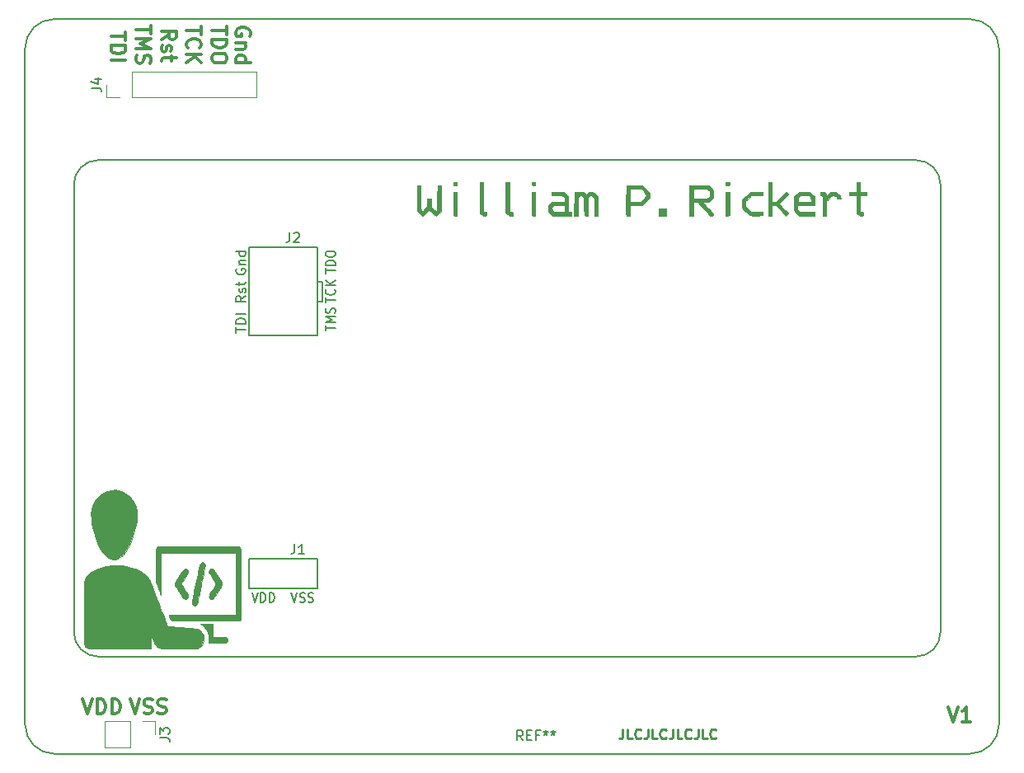
<source format=gbr>
%TF.GenerationSoftware,KiCad,Pcbnew,5.0.1*%
%TF.CreationDate,2019-01-19T14:59:35-06:00*%
%TF.ProjectId,NFCJig,4E46434A69672E6B696361645F706362,rev?*%
%TF.SameCoordinates,Original*%
%TF.FileFunction,Legend,Top*%
%TF.FilePolarity,Positive*%
%FSLAX46Y46*%
G04 Gerber Fmt 4.6, Leading zero omitted, Abs format (unit mm)*
G04 Created by KiCad (PCBNEW 5.0.1) date Sat 19 Jan 2019 02:59:35 PM CST*
%MOMM*%
%LPD*%
G01*
G04 APERTURE LIST*
%ADD10C,0.150000*%
%ADD11C,0.250000*%
%ADD12C,0.300000*%
%ADD13C,0.010000*%
%ADD14C,0.120000*%
G04 APERTURE END LIST*
D10*
X207000000Y-131500000D02*
X207000000Y-131000000D01*
X107000000Y-131500000D02*
X107000000Y-131000000D01*
D11*
X168380952Y-131952380D02*
X168380952Y-132666666D01*
X168333333Y-132809523D01*
X168238095Y-132904761D01*
X168095238Y-132952380D01*
X168000000Y-132952380D01*
X169333333Y-132952380D02*
X168857142Y-132952380D01*
X168857142Y-131952380D01*
X170238095Y-132857142D02*
X170190476Y-132904761D01*
X170047619Y-132952380D01*
X169952380Y-132952380D01*
X169809523Y-132904761D01*
X169714285Y-132809523D01*
X169666666Y-132714285D01*
X169619047Y-132523809D01*
X169619047Y-132380952D01*
X169666666Y-132190476D01*
X169714285Y-132095238D01*
X169809523Y-132000000D01*
X169952380Y-131952380D01*
X170047619Y-131952380D01*
X170190476Y-132000000D01*
X170238095Y-132047619D01*
X170952380Y-131952380D02*
X170952380Y-132666666D01*
X170904761Y-132809523D01*
X170809523Y-132904761D01*
X170666666Y-132952380D01*
X170571428Y-132952380D01*
X171904761Y-132952380D02*
X171428571Y-132952380D01*
X171428571Y-131952380D01*
X172809523Y-132857142D02*
X172761904Y-132904761D01*
X172619047Y-132952380D01*
X172523809Y-132952380D01*
X172380952Y-132904761D01*
X172285714Y-132809523D01*
X172238095Y-132714285D01*
X172190476Y-132523809D01*
X172190476Y-132380952D01*
X172238095Y-132190476D01*
X172285714Y-132095238D01*
X172380952Y-132000000D01*
X172523809Y-131952380D01*
X172619047Y-131952380D01*
X172761904Y-132000000D01*
X172809523Y-132047619D01*
X173523809Y-131952380D02*
X173523809Y-132666666D01*
X173476190Y-132809523D01*
X173380952Y-132904761D01*
X173238095Y-132952380D01*
X173142857Y-132952380D01*
X174476190Y-132952380D02*
X174000000Y-132952380D01*
X174000000Y-131952380D01*
X175380952Y-132857142D02*
X175333333Y-132904761D01*
X175190476Y-132952380D01*
X175095238Y-132952380D01*
X174952380Y-132904761D01*
X174857142Y-132809523D01*
X174809523Y-132714285D01*
X174761904Y-132523809D01*
X174761904Y-132380952D01*
X174809523Y-132190476D01*
X174857142Y-132095238D01*
X174952380Y-132000000D01*
X175095238Y-131952380D01*
X175190476Y-131952380D01*
X175333333Y-132000000D01*
X175380952Y-132047619D01*
X176095238Y-131952380D02*
X176095238Y-132666666D01*
X176047619Y-132809523D01*
X175952380Y-132904761D01*
X175809523Y-132952380D01*
X175714285Y-132952380D01*
X177047619Y-132952380D02*
X176571428Y-132952380D01*
X176571428Y-131952380D01*
X177952380Y-132857142D02*
X177904761Y-132904761D01*
X177761904Y-132952380D01*
X177666666Y-132952380D01*
X177523809Y-132904761D01*
X177428571Y-132809523D01*
X177380952Y-132714285D01*
X177333333Y-132523809D01*
X177333333Y-132380952D01*
X177380952Y-132190476D01*
X177428571Y-132095238D01*
X177523809Y-132000000D01*
X177666666Y-131952380D01*
X177761904Y-131952380D01*
X177904761Y-132000000D01*
X177952380Y-132047619D01*
D10*
X107000000Y-62000000D02*
X107000000Y-67000000D01*
X207000000Y-62000000D02*
X207000000Y-67000000D01*
X204000000Y-134500000D02*
X110000000Y-134500000D01*
X110000000Y-59000000D02*
X204000000Y-59000000D01*
X107000000Y-131000000D02*
X107000000Y-67000000D01*
X207000000Y-67000000D02*
X207000000Y-131000000D01*
X207000000Y-131500000D02*
G75*
G02X204000000Y-134500000I-3000000J0D01*
G01*
X110000000Y-134500000D02*
G75*
G02X107000000Y-131500000I0J3000000D01*
G01*
X107000000Y-62000000D02*
G75*
G02X110000000Y-59000000I3000000J0D01*
G01*
X204000000Y-59000000D02*
G75*
G02X207000000Y-62000000I0J-3000000D01*
G01*
D12*
X117771428Y-128878571D02*
X118271428Y-130378571D01*
X118771428Y-128878571D01*
X119200000Y-130307142D02*
X119414285Y-130378571D01*
X119771428Y-130378571D01*
X119914285Y-130307142D01*
X119985714Y-130235714D01*
X120057142Y-130092857D01*
X120057142Y-129950000D01*
X119985714Y-129807142D01*
X119914285Y-129735714D01*
X119771428Y-129664285D01*
X119485714Y-129592857D01*
X119342857Y-129521428D01*
X119271428Y-129450000D01*
X119200000Y-129307142D01*
X119200000Y-129164285D01*
X119271428Y-129021428D01*
X119342857Y-128950000D01*
X119485714Y-128878571D01*
X119842857Y-128878571D01*
X120057142Y-128950000D01*
X120628571Y-130307142D02*
X120842857Y-130378571D01*
X121200000Y-130378571D01*
X121342857Y-130307142D01*
X121414285Y-130235714D01*
X121485714Y-130092857D01*
X121485714Y-129950000D01*
X121414285Y-129807142D01*
X121342857Y-129735714D01*
X121200000Y-129664285D01*
X120914285Y-129592857D01*
X120771428Y-129521428D01*
X120700000Y-129450000D01*
X120628571Y-129307142D01*
X120628571Y-129164285D01*
X120700000Y-129021428D01*
X120771428Y-128950000D01*
X120914285Y-128878571D01*
X121271428Y-128878571D01*
X121485714Y-128950000D01*
X112900000Y-128878571D02*
X113400000Y-130378571D01*
X113900000Y-128878571D01*
X114400000Y-130378571D02*
X114400000Y-128878571D01*
X114757142Y-128878571D01*
X114971428Y-128950000D01*
X115114285Y-129092857D01*
X115185714Y-129235714D01*
X115257142Y-129521428D01*
X115257142Y-129735714D01*
X115185714Y-130021428D01*
X115114285Y-130164285D01*
X114971428Y-130307142D01*
X114757142Y-130378571D01*
X114400000Y-130378571D01*
X115900000Y-130378571D02*
X115900000Y-128878571D01*
X116257142Y-128878571D01*
X116471428Y-128950000D01*
X116614285Y-129092857D01*
X116685714Y-129235714D01*
X116757142Y-129521428D01*
X116757142Y-129735714D01*
X116685714Y-130021428D01*
X116614285Y-130164285D01*
X116471428Y-130307142D01*
X116257142Y-130378571D01*
X115900000Y-130378571D01*
X117321428Y-60364285D02*
X117321428Y-61221428D01*
X115821428Y-60792857D02*
X117321428Y-60792857D01*
X115821428Y-61721428D02*
X117321428Y-61721428D01*
X117321428Y-62078571D01*
X117250000Y-62292857D01*
X117107142Y-62435714D01*
X116964285Y-62507142D01*
X116678571Y-62578571D01*
X116464285Y-62578571D01*
X116178571Y-62507142D01*
X116035714Y-62435714D01*
X115892857Y-62292857D01*
X115821428Y-62078571D01*
X115821428Y-61721428D01*
X115821428Y-63221428D02*
X117321428Y-63221428D01*
X119921428Y-59700000D02*
X119921428Y-60557142D01*
X118421428Y-60128571D02*
X119921428Y-60128571D01*
X118421428Y-61057142D02*
X119921428Y-61057142D01*
X118850000Y-61557142D01*
X119921428Y-62057142D01*
X118421428Y-62057142D01*
X118492857Y-62700000D02*
X118421428Y-62914285D01*
X118421428Y-63271428D01*
X118492857Y-63414285D01*
X118564285Y-63485714D01*
X118707142Y-63557142D01*
X118850000Y-63557142D01*
X118992857Y-63485714D01*
X119064285Y-63414285D01*
X119135714Y-63271428D01*
X119207142Y-62985714D01*
X119278571Y-62842857D01*
X119350000Y-62771428D01*
X119492857Y-62700000D01*
X119635714Y-62700000D01*
X119778571Y-62771428D01*
X119850000Y-62842857D01*
X119921428Y-62985714D01*
X119921428Y-63342857D01*
X119850000Y-63557142D01*
X121021428Y-61128571D02*
X121735714Y-60628571D01*
X121021428Y-60271428D02*
X122521428Y-60271428D01*
X122521428Y-60842857D01*
X122450000Y-60985714D01*
X122378571Y-61057142D01*
X122235714Y-61128571D01*
X122021428Y-61128571D01*
X121878571Y-61057142D01*
X121807142Y-60985714D01*
X121735714Y-60842857D01*
X121735714Y-60271428D01*
X121092857Y-61700000D02*
X121021428Y-61842857D01*
X121021428Y-62128571D01*
X121092857Y-62271428D01*
X121235714Y-62342857D01*
X121307142Y-62342857D01*
X121450000Y-62271428D01*
X121521428Y-62128571D01*
X121521428Y-61914285D01*
X121592857Y-61771428D01*
X121735714Y-61700000D01*
X121807142Y-61700000D01*
X121950000Y-61771428D01*
X122021428Y-61914285D01*
X122021428Y-62128571D01*
X121950000Y-62271428D01*
X122021428Y-62771428D02*
X122021428Y-63342857D01*
X122521428Y-62985714D02*
X121235714Y-62985714D01*
X121092857Y-63057142D01*
X121021428Y-63200000D01*
X121021428Y-63342857D01*
X125091428Y-59761428D02*
X125091428Y-60618571D01*
X123591428Y-60190000D02*
X125091428Y-60190000D01*
X123734285Y-61975714D02*
X123662857Y-61904285D01*
X123591428Y-61690000D01*
X123591428Y-61547142D01*
X123662857Y-61332857D01*
X123805714Y-61190000D01*
X123948571Y-61118571D01*
X124234285Y-61047142D01*
X124448571Y-61047142D01*
X124734285Y-61118571D01*
X124877142Y-61190000D01*
X125020000Y-61332857D01*
X125091428Y-61547142D01*
X125091428Y-61690000D01*
X125020000Y-61904285D01*
X124948571Y-61975714D01*
X123591428Y-62618571D02*
X125091428Y-62618571D01*
X123591428Y-63475714D02*
X124448571Y-62832857D01*
X125091428Y-63475714D02*
X124234285Y-62618571D01*
X127721428Y-59735714D02*
X127721428Y-60592857D01*
X126221428Y-60164285D02*
X127721428Y-60164285D01*
X126221428Y-61092857D02*
X127721428Y-61092857D01*
X127721428Y-61450000D01*
X127650000Y-61664285D01*
X127507142Y-61807142D01*
X127364285Y-61878571D01*
X127078571Y-61950000D01*
X126864285Y-61950000D01*
X126578571Y-61878571D01*
X126435714Y-61807142D01*
X126292857Y-61664285D01*
X126221428Y-61450000D01*
X126221428Y-61092857D01*
X127721428Y-62878571D02*
X127721428Y-63164285D01*
X127650000Y-63307142D01*
X127507142Y-63450000D01*
X127221428Y-63521428D01*
X126721428Y-63521428D01*
X126435714Y-63450000D01*
X126292857Y-63307142D01*
X126221428Y-63164285D01*
X126221428Y-62878571D01*
X126292857Y-62735714D01*
X126435714Y-62592857D01*
X126721428Y-62521428D01*
X127221428Y-62521428D01*
X127507142Y-62592857D01*
X127650000Y-62735714D01*
X127721428Y-62878571D01*
X130050000Y-60735714D02*
X130121428Y-60592857D01*
X130121428Y-60378571D01*
X130050000Y-60164285D01*
X129907142Y-60021428D01*
X129764285Y-59950000D01*
X129478571Y-59878571D01*
X129264285Y-59878571D01*
X128978571Y-59950000D01*
X128835714Y-60021428D01*
X128692857Y-60164285D01*
X128621428Y-60378571D01*
X128621428Y-60521428D01*
X128692857Y-60735714D01*
X128764285Y-60807142D01*
X129264285Y-60807142D01*
X129264285Y-60521428D01*
X129621428Y-61450000D02*
X128621428Y-61450000D01*
X129478571Y-61450000D02*
X129550000Y-61521428D01*
X129621428Y-61664285D01*
X129621428Y-61878571D01*
X129550000Y-62021428D01*
X129407142Y-62092857D01*
X128621428Y-62092857D01*
X128621428Y-63450000D02*
X130121428Y-63450000D01*
X128692857Y-63450000D02*
X128621428Y-63307142D01*
X128621428Y-63021428D01*
X128692857Y-62878571D01*
X128764285Y-62807142D01*
X128907142Y-62735714D01*
X129335714Y-62735714D01*
X129478571Y-62807142D01*
X129550000Y-62878571D01*
X129621428Y-63021428D01*
X129621428Y-63307142D01*
X129550000Y-63450000D01*
X201785714Y-129678571D02*
X202285714Y-131178571D01*
X202785714Y-129678571D01*
X204071428Y-131178571D02*
X203214285Y-131178571D01*
X203642857Y-131178571D02*
X203642857Y-129678571D01*
X203500000Y-129892857D01*
X203357142Y-130035714D01*
X203214285Y-130107142D01*
D10*
X112000000Y-122000000D02*
X112000000Y-76000000D01*
X198500000Y-124500000D02*
X114500000Y-124500000D01*
X201000000Y-76000000D02*
X201000000Y-122000000D01*
X114500000Y-73500000D02*
X198500000Y-73500000D01*
X201000000Y-122000000D02*
G75*
G02X198500000Y-124500000I-2500000J0D01*
G01*
X114500000Y-124500000D02*
G75*
G02X112000000Y-122000000I0J2500000D01*
G01*
X112000000Y-76000000D02*
G75*
G02X114500000Y-73500000I2500000J0D01*
G01*
X198500000Y-73500000D02*
G75*
G02X201000000Y-76000000I0J-2500000D01*
G01*
D13*
G36*
X179324184Y-75913250D02*
X179311882Y-76026255D01*
X179279926Y-76080139D01*
X179202963Y-76100255D01*
X179131250Y-76106184D01*
X178951334Y-76119201D01*
X178951334Y-75733333D01*
X179337202Y-75733333D01*
X179324184Y-75913250D01*
X179324184Y-75913250D01*
G37*
X179324184Y-75913250D02*
X179311882Y-76026255D01*
X179279926Y-76080139D01*
X179202963Y-76100255D01*
X179131250Y-76106184D01*
X178951334Y-76119201D01*
X178951334Y-75733333D01*
X179337202Y-75733333D01*
X179324184Y-75913250D01*
G36*
X159393334Y-76114333D02*
X159222672Y-76114333D01*
X159092637Y-76099179D01*
X159029895Y-76056531D01*
X159029015Y-76054409D01*
X159016472Y-75969332D01*
X159019760Y-75874492D01*
X159037548Y-75797838D01*
X159084482Y-75760016D01*
X159185915Y-75743613D01*
X159213417Y-75741482D01*
X159393334Y-75728465D01*
X159393334Y-76114333D01*
X159393334Y-76114333D01*
G37*
X159393334Y-76114333D02*
X159222672Y-76114333D01*
X159092637Y-76099179D01*
X159029895Y-76056531D01*
X159029015Y-76054409D01*
X159016472Y-75969332D01*
X159019760Y-75874492D01*
X159037548Y-75797838D01*
X159084482Y-75760016D01*
X159185915Y-75743613D01*
X159213417Y-75741482D01*
X159393334Y-75728465D01*
X159393334Y-76114333D01*
G36*
X151350000Y-76114333D02*
X151187722Y-76114333D01*
X151075852Y-76107570D01*
X151004241Y-76090837D01*
X150997222Y-76086111D01*
X150978943Y-76028944D01*
X150969399Y-75923186D01*
X150969000Y-75895611D01*
X150969000Y-75733333D01*
X151350000Y-75733333D01*
X151350000Y-76114333D01*
X151350000Y-76114333D01*
G37*
X151350000Y-76114333D02*
X151187722Y-76114333D01*
X151075852Y-76107570D01*
X151004241Y-76090837D01*
X150997222Y-76086111D01*
X150978943Y-76028944D01*
X150969399Y-75923186D01*
X150969000Y-75895611D01*
X150969000Y-75733333D01*
X151350000Y-75733333D01*
X151350000Y-76114333D01*
G36*
X192709667Y-76745909D02*
X193058917Y-76758204D01*
X193408167Y-76770500D01*
X193421184Y-76950416D01*
X193434202Y-77130333D01*
X192707877Y-77130333D01*
X192719355Y-77966416D01*
X192730834Y-78802500D01*
X192900167Y-78823666D01*
X193008388Y-78842148D01*
X193056620Y-78879192D01*
X193069095Y-78962058D01*
X193069500Y-79014166D01*
X193069500Y-79183500D01*
X192872349Y-79196242D01*
X192736489Y-79195617D01*
X192636296Y-79161700D01*
X192527276Y-79079098D01*
X192523099Y-79075440D01*
X192371000Y-78941895D01*
X192371000Y-77130333D01*
X191651334Y-77130333D01*
X191651334Y-76749333D01*
X192371000Y-76749333D01*
X192371000Y-75733333D01*
X192709667Y-75733333D01*
X192709667Y-76745909D01*
X192709667Y-76745909D01*
G37*
X192709667Y-76745909D02*
X193058917Y-76758204D01*
X193408167Y-76770500D01*
X193421184Y-76950416D01*
X193434202Y-77130333D01*
X192707877Y-77130333D01*
X192719355Y-77966416D01*
X192730834Y-78802500D01*
X192900167Y-78823666D01*
X193008388Y-78842148D01*
X193056620Y-78879192D01*
X193069095Y-78962058D01*
X193069500Y-79014166D01*
X193069500Y-79183500D01*
X192872349Y-79196242D01*
X192736489Y-79195617D01*
X192636296Y-79161700D01*
X192527276Y-79079098D01*
X192523099Y-79075440D01*
X192371000Y-78941895D01*
X192371000Y-77130333D01*
X191651334Y-77130333D01*
X191651334Y-76749333D01*
X192371000Y-76749333D01*
X192371000Y-75733333D01*
X192709667Y-75733333D01*
X192709667Y-76745909D01*
G36*
X190515107Y-76996560D02*
X190656035Y-77148292D01*
X190735758Y-77262853D01*
X190762261Y-77351865D01*
X190762334Y-77356393D01*
X190755345Y-77425766D01*
X190719166Y-77458632D01*
X190630972Y-77468481D01*
X190571834Y-77469000D01*
X190438289Y-77457983D01*
X190383242Y-77424284D01*
X190381334Y-77413420D01*
X190344622Y-77323837D01*
X190252242Y-77233866D01*
X190130829Y-77162990D01*
X190007014Y-77130693D01*
X189994379Y-77130333D01*
X189915570Y-77138131D01*
X189840927Y-77169275D01*
X189753280Y-77235391D01*
X189635459Y-77348104D01*
X189562779Y-77422550D01*
X189280667Y-77714767D01*
X189280667Y-79204666D01*
X188942000Y-79204666D01*
X188942000Y-78215016D01*
X188941559Y-77889282D01*
X188939059Y-77638094D01*
X188932733Y-77451333D01*
X188920815Y-77318879D01*
X188901538Y-77230613D01*
X188873136Y-77176416D01*
X188833842Y-77146167D01*
X188781889Y-77129747D01*
X188751500Y-77123725D01*
X188694840Y-77095442D01*
X188670492Y-77023162D01*
X188666834Y-76939253D01*
X188671925Y-76830534D01*
X188701542Y-76780250D01*
X188777198Y-76762223D01*
X188815000Y-76758964D01*
X188981905Y-76778401D01*
X189129918Y-76852358D01*
X189234279Y-76965041D01*
X189266046Y-77046646D01*
X189291632Y-77174577D01*
X189516449Y-76961955D01*
X189635879Y-76852190D01*
X189723571Y-76788695D01*
X189808583Y-76758815D01*
X189919972Y-76749893D01*
X190004573Y-76749333D01*
X190267880Y-76749333D01*
X190515107Y-76996560D01*
X190515107Y-76996560D01*
G37*
X190515107Y-76996560D02*
X190656035Y-77148292D01*
X190735758Y-77262853D01*
X190762261Y-77351865D01*
X190762334Y-77356393D01*
X190755345Y-77425766D01*
X190719166Y-77458632D01*
X190630972Y-77468481D01*
X190571834Y-77469000D01*
X190438289Y-77457983D01*
X190383242Y-77424284D01*
X190381334Y-77413420D01*
X190344622Y-77323837D01*
X190252242Y-77233866D01*
X190130829Y-77162990D01*
X190007014Y-77130693D01*
X189994379Y-77130333D01*
X189915570Y-77138131D01*
X189840927Y-77169275D01*
X189753280Y-77235391D01*
X189635459Y-77348104D01*
X189562779Y-77422550D01*
X189280667Y-77714767D01*
X189280667Y-79204666D01*
X188942000Y-79204666D01*
X188942000Y-78215016D01*
X188941559Y-77889282D01*
X188939059Y-77638094D01*
X188932733Y-77451333D01*
X188920815Y-77318879D01*
X188901538Y-77230613D01*
X188873136Y-77176416D01*
X188833842Y-77146167D01*
X188781889Y-77129747D01*
X188751500Y-77123725D01*
X188694840Y-77095442D01*
X188670492Y-77023162D01*
X188666834Y-76939253D01*
X188671925Y-76830534D01*
X188701542Y-76780250D01*
X188777198Y-76762223D01*
X188815000Y-76758964D01*
X188981905Y-76778401D01*
X189129918Y-76852358D01*
X189234279Y-76965041D01*
X189266046Y-77046646D01*
X189291632Y-77174577D01*
X189516449Y-76961955D01*
X189635879Y-76852190D01*
X189723571Y-76788695D01*
X189808583Y-76758815D01*
X189919972Y-76749893D01*
X190004573Y-76749333D01*
X190267880Y-76749333D01*
X190515107Y-76996560D01*
G36*
X187808356Y-76991424D02*
X188053000Y-77233516D01*
X188053000Y-78146333D01*
X186317334Y-78146333D01*
X186317334Y-78371246D01*
X186324722Y-78516239D01*
X186355112Y-78612436D01*
X186420845Y-78695033D01*
X186436067Y-78709913D01*
X186554800Y-78823666D01*
X188053000Y-78823666D01*
X188053000Y-79204666D01*
X186494270Y-79204666D01*
X186280470Y-79035667D01*
X186160944Y-78933992D01*
X186066121Y-78840341D01*
X186022669Y-78784450D01*
X186006995Y-78712877D01*
X185994101Y-78569806D01*
X185984696Y-78368379D01*
X185979487Y-78121739D01*
X185978667Y-77967874D01*
X185978667Y-77566566D01*
X186359667Y-77566566D01*
X186359667Y-77765333D01*
X187714334Y-77765333D01*
X187714334Y-77589412D01*
X187681013Y-77400653D01*
X187606346Y-77271912D01*
X187498358Y-77130333D01*
X187042766Y-77130333D01*
X186840528Y-77131286D01*
X186704165Y-77136759D01*
X186614885Y-77150670D01*
X186553899Y-77176937D01*
X186502416Y-77219480D01*
X186473420Y-77249066D01*
X186396485Y-77351690D01*
X186364000Y-77469860D01*
X186359667Y-77566566D01*
X185978667Y-77566566D01*
X185978667Y-77233516D01*
X186223311Y-76991424D01*
X186467955Y-76749333D01*
X187563712Y-76749333D01*
X187808356Y-76991424D01*
X187808356Y-76991424D01*
G37*
X187808356Y-76991424D02*
X188053000Y-77233516D01*
X188053000Y-78146333D01*
X186317334Y-78146333D01*
X186317334Y-78371246D01*
X186324722Y-78516239D01*
X186355112Y-78612436D01*
X186420845Y-78695033D01*
X186436067Y-78709913D01*
X186554800Y-78823666D01*
X188053000Y-78823666D01*
X188053000Y-79204666D01*
X186494270Y-79204666D01*
X186280470Y-79035667D01*
X186160944Y-78933992D01*
X186066121Y-78840341D01*
X186022669Y-78784450D01*
X186006995Y-78712877D01*
X185994101Y-78569806D01*
X185984696Y-78368379D01*
X185979487Y-78121739D01*
X185978667Y-77967874D01*
X185978667Y-77566566D01*
X186359667Y-77566566D01*
X186359667Y-77765333D01*
X187714334Y-77765333D01*
X187714334Y-77589412D01*
X187681013Y-77400653D01*
X187606346Y-77271912D01*
X187498358Y-77130333D01*
X187042766Y-77130333D01*
X186840528Y-77131286D01*
X186704165Y-77136759D01*
X186614885Y-77150670D01*
X186553899Y-77176937D01*
X186502416Y-77219480D01*
X186473420Y-77249066D01*
X186396485Y-77351690D01*
X186364000Y-77469860D01*
X186359667Y-77566566D01*
X185978667Y-77566566D01*
X185978667Y-77233516D01*
X186223311Y-76991424D01*
X186467955Y-76749333D01*
X187563712Y-76749333D01*
X187808356Y-76991424D01*
G36*
X183660164Y-76759916D02*
X183671500Y-77786500D01*
X183879930Y-77799702D01*
X184088359Y-77812905D01*
X184609143Y-77293372D01*
X185129926Y-76773839D01*
X185258984Y-76897484D01*
X185388041Y-77021128D01*
X184914849Y-77495667D01*
X184441656Y-77970205D01*
X184882078Y-78442307D01*
X185035609Y-78608047D01*
X185167350Y-78752477D01*
X185266988Y-78864116D01*
X185324211Y-78931483D01*
X185333756Y-78945140D01*
X185313339Y-78991055D01*
X185248624Y-79067361D01*
X185224558Y-79091273D01*
X185104103Y-79206676D01*
X184606290Y-78676504D01*
X184108476Y-78146333D01*
X183650334Y-78146333D01*
X183650334Y-79204666D01*
X183311667Y-79204666D01*
X183311667Y-75733333D01*
X183648828Y-75733333D01*
X183660164Y-76759916D01*
X183660164Y-76759916D01*
G37*
X183660164Y-76759916D02*
X183671500Y-77786500D01*
X183879930Y-77799702D01*
X184088359Y-77812905D01*
X184609143Y-77293372D01*
X185129926Y-76773839D01*
X185258984Y-76897484D01*
X185388041Y-77021128D01*
X184914849Y-77495667D01*
X184441656Y-77970205D01*
X184882078Y-78442307D01*
X185035609Y-78608047D01*
X185167350Y-78752477D01*
X185266988Y-78864116D01*
X185324211Y-78931483D01*
X185333756Y-78945140D01*
X185313339Y-78991055D01*
X185248624Y-79067361D01*
X185224558Y-79091273D01*
X185104103Y-79206676D01*
X184606290Y-78676504D01*
X184108476Y-78146333D01*
X183650334Y-78146333D01*
X183650334Y-79204666D01*
X183311667Y-79204666D01*
X183311667Y-75733333D01*
X183648828Y-75733333D01*
X183660164Y-76759916D01*
G36*
X182068666Y-76758757D02*
X182697834Y-76770500D01*
X182697834Y-77109166D01*
X182126334Y-77120969D01*
X181554834Y-77132771D01*
X181269084Y-77416167D01*
X180983334Y-77699562D01*
X180983334Y-78254437D01*
X181269084Y-78537832D01*
X181554834Y-78821228D01*
X182126334Y-78833030D01*
X182697834Y-78844833D01*
X182697834Y-79183500D01*
X182105167Y-79191318D01*
X181885417Y-79192564D01*
X181693026Y-79190567D01*
X181545376Y-79185735D01*
X181459847Y-79178476D01*
X181449000Y-79175922D01*
X181396111Y-79138620D01*
X181297132Y-79053342D01*
X181165580Y-78932240D01*
X181014972Y-78787469D01*
X180993917Y-78766773D01*
X180602334Y-78380838D01*
X180602334Y-77569514D01*
X181020916Y-77158265D01*
X181439499Y-76747015D01*
X182068666Y-76758757D01*
X182068666Y-76758757D01*
G37*
X182068666Y-76758757D02*
X182697834Y-76770500D01*
X182697834Y-77109166D01*
X182126334Y-77120969D01*
X181554834Y-77132771D01*
X181269084Y-77416167D01*
X180983334Y-77699562D01*
X180983334Y-78254437D01*
X181269084Y-78537832D01*
X181554834Y-78821228D01*
X182126334Y-78833030D01*
X182697834Y-78844833D01*
X182697834Y-79183500D01*
X182105167Y-79191318D01*
X181885417Y-79192564D01*
X181693026Y-79190567D01*
X181545376Y-79185735D01*
X181459847Y-79178476D01*
X181449000Y-79175922D01*
X181396111Y-79138620D01*
X181297132Y-79053342D01*
X181165580Y-78932240D01*
X181014972Y-78787469D01*
X180993917Y-78766773D01*
X180602334Y-78380838D01*
X180602334Y-77569514D01*
X181020916Y-77158265D01*
X181439499Y-76747015D01*
X182068666Y-76758757D01*
G36*
X179131250Y-76757482D02*
X179311167Y-76770500D01*
X179311167Y-79183500D01*
X179131250Y-79196517D01*
X178951334Y-79209534D01*
X178951334Y-76744465D01*
X179131250Y-76757482D01*
X179131250Y-76757482D01*
G37*
X179131250Y-76757482D02*
X179311167Y-76770500D01*
X179311167Y-79183500D01*
X179131250Y-79196517D01*
X178951334Y-79209534D01*
X178951334Y-76744465D01*
X179131250Y-76757482D01*
G36*
X177446105Y-76327102D02*
X177689431Y-76582204D01*
X177674799Y-76985982D01*
X177660167Y-77389761D01*
X177441064Y-77598714D01*
X177221962Y-77807666D01*
X176518343Y-77807666D01*
X177078672Y-78369150D01*
X177278594Y-78571111D01*
X177425316Y-78724301D01*
X177526734Y-78838564D01*
X177590744Y-78923744D01*
X177625244Y-78989685D01*
X177638128Y-79046229D01*
X177639000Y-79067650D01*
X177633136Y-79155424D01*
X177599307Y-79194438D01*
X177513159Y-79204397D01*
X177469667Y-79204666D01*
X177349186Y-79192162D01*
X177300854Y-79156569D01*
X177300334Y-79151237D01*
X177271559Y-79106770D01*
X177191072Y-79012508D01*
X177067630Y-78877916D01*
X176909989Y-78712462D01*
X176726904Y-78525613D01*
X176654254Y-78452737D01*
X176008174Y-77807666D01*
X175607000Y-77807666D01*
X175607000Y-79204666D01*
X175226000Y-79204666D01*
X175226000Y-76453000D01*
X175607000Y-76453000D01*
X175607000Y-77426666D01*
X176355688Y-77426666D01*
X176625518Y-77426128D01*
X176823913Y-77423555D01*
X176964104Y-77417508D01*
X177059321Y-77406549D01*
X177122795Y-77389240D01*
X177167755Y-77364143D01*
X177202355Y-77334620D01*
X177256950Y-77270362D01*
X177286806Y-77190219D01*
X177298821Y-77067936D01*
X177300334Y-76961540D01*
X177296541Y-76804083D01*
X177279525Y-76703028D01*
X177240825Y-76630245D01*
X177181600Y-76566753D01*
X177062867Y-76453000D01*
X175607000Y-76453000D01*
X175226000Y-76453000D01*
X175226000Y-76072000D01*
X176214390Y-76072000D01*
X177202779Y-76071999D01*
X177446105Y-76327102D01*
X177446105Y-76327102D01*
G37*
X177446105Y-76327102D02*
X177689431Y-76582204D01*
X177674799Y-76985982D01*
X177660167Y-77389761D01*
X177441064Y-77598714D01*
X177221962Y-77807666D01*
X176518343Y-77807666D01*
X177078672Y-78369150D01*
X177278594Y-78571111D01*
X177425316Y-78724301D01*
X177526734Y-78838564D01*
X177590744Y-78923744D01*
X177625244Y-78989685D01*
X177638128Y-79046229D01*
X177639000Y-79067650D01*
X177633136Y-79155424D01*
X177599307Y-79194438D01*
X177513159Y-79204397D01*
X177469667Y-79204666D01*
X177349186Y-79192162D01*
X177300854Y-79156569D01*
X177300334Y-79151237D01*
X177271559Y-79106770D01*
X177191072Y-79012508D01*
X177067630Y-78877916D01*
X176909989Y-78712462D01*
X176726904Y-78525613D01*
X176654254Y-78452737D01*
X176008174Y-77807666D01*
X175607000Y-77807666D01*
X175607000Y-79204666D01*
X175226000Y-79204666D01*
X175226000Y-76453000D01*
X175607000Y-76453000D01*
X175607000Y-77426666D01*
X176355688Y-77426666D01*
X176625518Y-77426128D01*
X176823913Y-77423555D01*
X176964104Y-77417508D01*
X177059321Y-77406549D01*
X177122795Y-77389240D01*
X177167755Y-77364143D01*
X177202355Y-77334620D01*
X177256950Y-77270362D01*
X177286806Y-77190219D01*
X177298821Y-77067936D01*
X177300334Y-76961540D01*
X177296541Y-76804083D01*
X177279525Y-76703028D01*
X177240825Y-76630245D01*
X177181600Y-76566753D01*
X177062867Y-76453000D01*
X175607000Y-76453000D01*
X175226000Y-76453000D01*
X175226000Y-76072000D01*
X176214390Y-76072000D01*
X177202779Y-76071999D01*
X177446105Y-76327102D01*
G36*
X172813000Y-79204666D02*
X172093334Y-79204666D01*
X172093334Y-78485000D01*
X172813000Y-78485000D01*
X172813000Y-79204666D01*
X172813000Y-79204666D01*
G37*
X172813000Y-79204666D02*
X172093334Y-79204666D01*
X172093334Y-78485000D01*
X172813000Y-78485000D01*
X172813000Y-79204666D01*
G36*
X171162000Y-76860051D02*
X171162000Y-77353404D01*
X170773202Y-77749869D01*
X170384403Y-78146333D01*
X169868327Y-78146333D01*
X169654366Y-78148483D01*
X169459609Y-78154326D01*
X169306322Y-78162956D01*
X169219959Y-78172791D01*
X169087667Y-78199250D01*
X169087667Y-79204666D01*
X168917005Y-79204666D01*
X168800095Y-79192344D01*
X168731774Y-79160730D01*
X168725952Y-79151528D01*
X168721527Y-79098142D01*
X168718051Y-78970060D01*
X168715584Y-78777248D01*
X168714184Y-78529671D01*
X168713911Y-78237296D01*
X168714825Y-77910089D01*
X168716697Y-77595778D01*
X168725166Y-76453000D01*
X169087667Y-76453000D01*
X169087667Y-77807666D01*
X170207375Y-77807666D01*
X170494188Y-77523052D01*
X170655032Y-77354912D01*
X170750919Y-77222647D01*
X170782370Y-77108453D01*
X170749904Y-76994526D01*
X170654038Y-76863062D01*
X170517640Y-76718722D01*
X170254279Y-76453000D01*
X169087667Y-76453000D01*
X168725166Y-76453000D01*
X168727834Y-76093166D01*
X169549952Y-76081644D01*
X170372070Y-76070121D01*
X171162000Y-76860051D01*
X171162000Y-76860051D01*
G37*
X171162000Y-76860051D02*
X171162000Y-77353404D01*
X170773202Y-77749869D01*
X170384403Y-78146333D01*
X169868327Y-78146333D01*
X169654366Y-78148483D01*
X169459609Y-78154326D01*
X169306322Y-78162956D01*
X169219959Y-78172791D01*
X169087667Y-78199250D01*
X169087667Y-79204666D01*
X168917005Y-79204666D01*
X168800095Y-79192344D01*
X168731774Y-79160730D01*
X168725952Y-79151528D01*
X168721527Y-79098142D01*
X168718051Y-78970060D01*
X168715584Y-78777248D01*
X168714184Y-78529671D01*
X168713911Y-78237296D01*
X168714825Y-77910089D01*
X168716697Y-77595778D01*
X168725166Y-76453000D01*
X169087667Y-76453000D01*
X169087667Y-77807666D01*
X170207375Y-77807666D01*
X170494188Y-77523052D01*
X170655032Y-77354912D01*
X170750919Y-77222647D01*
X170782370Y-77108453D01*
X170749904Y-76994526D01*
X170654038Y-76863062D01*
X170517640Y-76718722D01*
X170254279Y-76453000D01*
X169087667Y-76453000D01*
X168725166Y-76453000D01*
X168727834Y-76093166D01*
X169549952Y-76081644D01*
X170372070Y-76070121D01*
X171162000Y-76860051D01*
G36*
X165227432Y-76753912D02*
X165314805Y-76776247D01*
X165400695Y-76829237D01*
X165511337Y-76925781D01*
X165555368Y-76967140D01*
X165785667Y-77184948D01*
X165785667Y-79204666D01*
X165447000Y-79204666D01*
X165447000Y-77357840D01*
X165328267Y-77244086D01*
X165189999Y-77151114D01*
X165054395Y-77142511D01*
X164917029Y-77218277D01*
X164888400Y-77244086D01*
X164769667Y-77357840D01*
X164769667Y-79209534D01*
X164589750Y-79196517D01*
X164409834Y-79183500D01*
X164398393Y-78278664D01*
X164394030Y-77976598D01*
X164388831Y-77747124D01*
X164381641Y-77578167D01*
X164371305Y-77457652D01*
X164356671Y-77373504D01*
X164336582Y-77313649D01*
X164309886Y-77266013D01*
X164300260Y-77252081D01*
X164190001Y-77153189D01*
X164062565Y-77135550D01*
X163925015Y-77199297D01*
X163872400Y-77244086D01*
X163753667Y-77357840D01*
X163753667Y-79204666D01*
X163371368Y-79204666D01*
X163393834Y-76770500D01*
X163573750Y-76757482D01*
X163700446Y-76758746D01*
X163751913Y-76787360D01*
X163753667Y-76797699D01*
X163766038Y-76829178D01*
X163804467Y-76800133D01*
X163873531Y-76771156D01*
X163994423Y-76752763D01*
X164078160Y-76749333D01*
X164227380Y-76758114D01*
X164334503Y-76794242D01*
X164441146Y-76872395D01*
X164450694Y-76880718D01*
X164600334Y-77012104D01*
X164749973Y-76880718D01*
X164863042Y-76796172D01*
X164974490Y-76757761D01*
X165112341Y-76749333D01*
X165227432Y-76753912D01*
X165227432Y-76753912D01*
G37*
X165227432Y-76753912D02*
X165314805Y-76776247D01*
X165400695Y-76829237D01*
X165511337Y-76925781D01*
X165555368Y-76967140D01*
X165785667Y-77184948D01*
X165785667Y-79204666D01*
X165447000Y-79204666D01*
X165447000Y-77357840D01*
X165328267Y-77244086D01*
X165189999Y-77151114D01*
X165054395Y-77142511D01*
X164917029Y-77218277D01*
X164888400Y-77244086D01*
X164769667Y-77357840D01*
X164769667Y-79209534D01*
X164589750Y-79196517D01*
X164409834Y-79183500D01*
X164398393Y-78278664D01*
X164394030Y-77976598D01*
X164388831Y-77747124D01*
X164381641Y-77578167D01*
X164371305Y-77457652D01*
X164356671Y-77373504D01*
X164336582Y-77313649D01*
X164309886Y-77266013D01*
X164300260Y-77252081D01*
X164190001Y-77153189D01*
X164062565Y-77135550D01*
X163925015Y-77199297D01*
X163872400Y-77244086D01*
X163753667Y-77357840D01*
X163753667Y-79204666D01*
X163371368Y-79204666D01*
X163393834Y-76770500D01*
X163573750Y-76757482D01*
X163700446Y-76758746D01*
X163751913Y-76787360D01*
X163753667Y-76797699D01*
X163766038Y-76829178D01*
X163804467Y-76800133D01*
X163873531Y-76771156D01*
X163994423Y-76752763D01*
X164078160Y-76749333D01*
X164227380Y-76758114D01*
X164334503Y-76794242D01*
X164441146Y-76872395D01*
X164450694Y-76880718D01*
X164600334Y-77012104D01*
X164749973Y-76880718D01*
X164863042Y-76796172D01*
X164974490Y-76757761D01*
X165112341Y-76749333D01*
X165227432Y-76753912D01*
G36*
X162780000Y-77213201D02*
X162780000Y-78823666D01*
X163118667Y-78823666D01*
X163118667Y-79204666D01*
X161154959Y-79204666D01*
X160930313Y-78972732D01*
X160816631Y-78852652D01*
X160749717Y-78765618D01*
X160717177Y-78684108D01*
X160706617Y-78580601D01*
X160706010Y-78512324D01*
X161050582Y-78512324D01*
X161108307Y-78646000D01*
X161158087Y-78704933D01*
X161206339Y-78752858D01*
X161253813Y-78785761D01*
X161316620Y-78806468D01*
X161410874Y-78817802D01*
X161552689Y-78822588D01*
X161758176Y-78823651D01*
X161835420Y-78823666D01*
X162399000Y-78823666D01*
X162399000Y-78104000D01*
X161323531Y-78104000D01*
X161183932Y-78239304D01*
X161075661Y-78379086D01*
X161050582Y-78512324D01*
X160706010Y-78512324D01*
X160705667Y-78473869D01*
X160707893Y-78335299D01*
X160723104Y-78240674D01*
X160764101Y-78162072D01*
X160843684Y-78071567D01*
X160929248Y-77986137D01*
X161152829Y-77765333D01*
X162399000Y-77765333D01*
X162399000Y-77539879D01*
X162390548Y-77390138D01*
X162358736Y-77292567D01*
X162301022Y-77222379D01*
X162255603Y-77185299D01*
X162201646Y-77159745D01*
X162123530Y-77143596D01*
X162005630Y-77134728D01*
X161832323Y-77131018D01*
X161623688Y-77130333D01*
X161044334Y-77130333D01*
X161044334Y-76749333D01*
X162330708Y-76749333D01*
X162780000Y-77213201D01*
X162780000Y-77213201D01*
G37*
X162780000Y-77213201D02*
X162780000Y-78823666D01*
X163118667Y-78823666D01*
X163118667Y-79204666D01*
X161154959Y-79204666D01*
X160930313Y-78972732D01*
X160816631Y-78852652D01*
X160749717Y-78765618D01*
X160717177Y-78684108D01*
X160706617Y-78580601D01*
X160706010Y-78512324D01*
X161050582Y-78512324D01*
X161108307Y-78646000D01*
X161158087Y-78704933D01*
X161206339Y-78752858D01*
X161253813Y-78785761D01*
X161316620Y-78806468D01*
X161410874Y-78817802D01*
X161552689Y-78822588D01*
X161758176Y-78823651D01*
X161835420Y-78823666D01*
X162399000Y-78823666D01*
X162399000Y-78104000D01*
X161323531Y-78104000D01*
X161183932Y-78239304D01*
X161075661Y-78379086D01*
X161050582Y-78512324D01*
X160706010Y-78512324D01*
X160705667Y-78473869D01*
X160707893Y-78335299D01*
X160723104Y-78240674D01*
X160764101Y-78162072D01*
X160843684Y-78071567D01*
X160929248Y-77986137D01*
X161152829Y-77765333D01*
X162399000Y-77765333D01*
X162399000Y-77539879D01*
X162390548Y-77390138D01*
X162358736Y-77292567D01*
X162301022Y-77222379D01*
X162255603Y-77185299D01*
X162201646Y-77159745D01*
X162123530Y-77143596D01*
X162005630Y-77134728D01*
X161832323Y-77131018D01*
X161623688Y-77130333D01*
X161044334Y-77130333D01*
X161044334Y-76749333D01*
X162330708Y-76749333D01*
X162780000Y-77213201D01*
G36*
X159393334Y-79204666D02*
X159222672Y-79204666D01*
X159104961Y-79192195D01*
X159036951Y-79160041D01*
X159031473Y-79151149D01*
X159026479Y-79096163D01*
X159022737Y-78968000D01*
X159020334Y-78778142D01*
X159019358Y-78538070D01*
X159019896Y-78259267D01*
X159022035Y-77953213D01*
X159022218Y-77934065D01*
X159033500Y-76770500D01*
X159213417Y-76757482D01*
X159393334Y-76744465D01*
X159393334Y-79204666D01*
X159393334Y-79204666D01*
G37*
X159393334Y-79204666D02*
X159222672Y-79204666D01*
X159104961Y-79192195D01*
X159036951Y-79160041D01*
X159031473Y-79151149D01*
X159026479Y-79096163D01*
X159022737Y-78968000D01*
X159020334Y-78778142D01*
X159019358Y-78538070D01*
X159019896Y-78259267D01*
X159022035Y-77953213D01*
X159022218Y-77934065D01*
X159033500Y-76770500D01*
X159213417Y-76757482D01*
X159393334Y-76744465D01*
X159393334Y-79204666D01*
G36*
X156736389Y-77267916D02*
X156747500Y-78802500D01*
X156906250Y-78815638D01*
X157004275Y-78827923D01*
X157050360Y-78859727D01*
X157064111Y-78935888D01*
X157065000Y-79016722D01*
X157065000Y-79204666D01*
X156861925Y-79204666D01*
X156731064Y-79196737D01*
X156636522Y-79161633D01*
X156540248Y-79082377D01*
X156502092Y-79044131D01*
X156345334Y-78883596D01*
X156345334Y-75733333D01*
X156725277Y-75733333D01*
X156736389Y-77267916D01*
X156736389Y-77267916D01*
G37*
X156736389Y-77267916D02*
X156747500Y-78802500D01*
X156906250Y-78815638D01*
X157004275Y-78827923D01*
X157050360Y-78859727D01*
X157064111Y-78935888D01*
X157065000Y-79016722D01*
X157065000Y-79204666D01*
X156861925Y-79204666D01*
X156731064Y-79196737D01*
X156636522Y-79161633D01*
X156540248Y-79082377D01*
X156502092Y-79044131D01*
X156345334Y-78883596D01*
X156345334Y-75733333D01*
X156725277Y-75733333D01*
X156736389Y-77267916D01*
G36*
X154027055Y-77267916D02*
X154038167Y-78802500D01*
X154402619Y-78828760D01*
X154389726Y-79006130D01*
X154376834Y-79183500D01*
X154179682Y-79196242D01*
X154043822Y-79195617D01*
X153943629Y-79161700D01*
X153834609Y-79079098D01*
X153830432Y-79075440D01*
X153678334Y-78941895D01*
X153678334Y-75733333D01*
X154015944Y-75733333D01*
X154027055Y-77267916D01*
X154027055Y-77267916D01*
G37*
X154027055Y-77267916D02*
X154038167Y-78802500D01*
X154402619Y-78828760D01*
X154389726Y-79006130D01*
X154376834Y-79183500D01*
X154179682Y-79196242D01*
X154043822Y-79195617D01*
X153943629Y-79161700D01*
X153834609Y-79079098D01*
X153830432Y-79075440D01*
X153678334Y-78941895D01*
X153678334Y-75733333D01*
X154015944Y-75733333D01*
X154027055Y-77267916D01*
G36*
X151350000Y-79204666D02*
X151179338Y-79204666D01*
X151061628Y-79192195D01*
X150993617Y-79160041D01*
X150988140Y-79151149D01*
X150983145Y-79096163D01*
X150979403Y-78968000D01*
X150977001Y-78778142D01*
X150976025Y-78538070D01*
X150976563Y-78259267D01*
X150978702Y-77953213D01*
X150978885Y-77934065D01*
X150990167Y-76770500D01*
X151170084Y-76757482D01*
X151350000Y-76744465D01*
X151350000Y-79204666D01*
X151350000Y-79204666D01*
G37*
X151350000Y-79204666D02*
X151179338Y-79204666D01*
X151061628Y-79192195D01*
X150993617Y-79160041D01*
X150988140Y-79151149D01*
X150983145Y-79096163D01*
X150979403Y-78968000D01*
X150977001Y-78778142D01*
X150976025Y-78538070D01*
X150976563Y-78259267D01*
X150978702Y-77953213D01*
X150978885Y-77934065D01*
X150990167Y-76770500D01*
X151170084Y-76757482D01*
X151350000Y-76744465D01*
X151350000Y-79204666D01*
G36*
X149699000Y-78769051D02*
X149468701Y-78986859D01*
X149349518Y-79092475D01*
X149247866Y-79169871D01*
X149183560Y-79204153D01*
X149178929Y-79204666D01*
X149108779Y-79175504D01*
X149038811Y-79115256D01*
X148967348Y-79043725D01*
X148854584Y-78938983D01*
X148723783Y-78822592D01*
X148711881Y-78812248D01*
X148465596Y-78598651D01*
X148160552Y-78901659D01*
X148026044Y-79029320D01*
X147908118Y-79130426D01*
X147822582Y-79191995D01*
X147791559Y-79204666D01*
X147732258Y-79176161D01*
X147635268Y-79100995D01*
X147520359Y-78994691D01*
X147506804Y-78981085D01*
X147286000Y-78757504D01*
X147286000Y-76072000D01*
X147624667Y-76072000D01*
X147624667Y-77335438D01*
X147624884Y-77696052D01*
X147625944Y-77981513D01*
X147628455Y-78201331D01*
X147633030Y-78365021D01*
X147640278Y-78482094D01*
X147650810Y-78562064D01*
X147665237Y-78614441D01*
X147684169Y-78648740D01*
X147708216Y-78674472D01*
X147710757Y-78676788D01*
X147755175Y-78712224D01*
X147796184Y-78719903D01*
X147849865Y-78691658D01*
X147932298Y-78619320D01*
X148049424Y-78504757D01*
X148302000Y-78254817D01*
X148302000Y-77469000D01*
X148683000Y-77469000D01*
X148685709Y-77881750D01*
X148688417Y-78294500D01*
X148940180Y-78521542D01*
X149039505Y-78610633D01*
X149119584Y-78675833D01*
X149182574Y-78710729D01*
X149230633Y-78708911D01*
X149265918Y-78663967D01*
X149290586Y-78569486D01*
X149306795Y-78419056D01*
X149316701Y-78206266D01*
X149322464Y-77924705D01*
X149326238Y-77567960D01*
X149327970Y-77369075D01*
X149339167Y-76093166D01*
X149519084Y-76080149D01*
X149699000Y-76067131D01*
X149699000Y-78769051D01*
X149699000Y-78769051D01*
G37*
X149699000Y-78769051D02*
X149468701Y-78986859D01*
X149349518Y-79092475D01*
X149247866Y-79169871D01*
X149183560Y-79204153D01*
X149178929Y-79204666D01*
X149108779Y-79175504D01*
X149038811Y-79115256D01*
X148967348Y-79043725D01*
X148854584Y-78938983D01*
X148723783Y-78822592D01*
X148711881Y-78812248D01*
X148465596Y-78598651D01*
X148160552Y-78901659D01*
X148026044Y-79029320D01*
X147908118Y-79130426D01*
X147822582Y-79191995D01*
X147791559Y-79204666D01*
X147732258Y-79176161D01*
X147635268Y-79100995D01*
X147520359Y-78994691D01*
X147506804Y-78981085D01*
X147286000Y-78757504D01*
X147286000Y-76072000D01*
X147624667Y-76072000D01*
X147624667Y-77335438D01*
X147624884Y-77696052D01*
X147625944Y-77981513D01*
X147628455Y-78201331D01*
X147633030Y-78365021D01*
X147640278Y-78482094D01*
X147650810Y-78562064D01*
X147665237Y-78614441D01*
X147684169Y-78648740D01*
X147708216Y-78674472D01*
X147710757Y-78676788D01*
X147755175Y-78712224D01*
X147796184Y-78719903D01*
X147849865Y-78691658D01*
X147932298Y-78619320D01*
X148049424Y-78504757D01*
X148302000Y-78254817D01*
X148302000Y-77469000D01*
X148683000Y-77469000D01*
X148685709Y-77881750D01*
X148688417Y-78294500D01*
X148940180Y-78521542D01*
X149039505Y-78610633D01*
X149119584Y-78675833D01*
X149182574Y-78710729D01*
X149230633Y-78708911D01*
X149265918Y-78663967D01*
X149290586Y-78569486D01*
X149306795Y-78419056D01*
X149316701Y-78206266D01*
X149322464Y-77924705D01*
X149326238Y-77567960D01*
X149327970Y-77369075D01*
X149339167Y-76093166D01*
X149519084Y-76080149D01*
X149699000Y-76067131D01*
X149699000Y-78769051D01*
D14*
X115170000Y-131170000D02*
X115170000Y-133830000D01*
X117770000Y-131170000D02*
X115170000Y-131170000D01*
X117770000Y-133830000D02*
X115170000Y-133830000D01*
X117770000Y-131170000D02*
X117770000Y-133830000D01*
X119040000Y-131170000D02*
X120370000Y-131170000D01*
X120370000Y-131170000D02*
X120370000Y-132500000D01*
X130710000Y-67070000D02*
X130710000Y-64410000D01*
X117950000Y-67070000D02*
X130710000Y-67070000D01*
X117950000Y-64410000D02*
X130710000Y-64410000D01*
X117950000Y-67070000D02*
X117950000Y-64410000D01*
X116680000Y-67070000D02*
X115350000Y-67070000D01*
X115350000Y-67070000D02*
X115350000Y-65740000D01*
D10*
X137000000Y-117490000D02*
X137000000Y-114490000D01*
X137000000Y-114490000D02*
X130000000Y-114490000D01*
X130000000Y-114490000D02*
X130000000Y-117490000D01*
X130000000Y-117490000D02*
X137000000Y-117490000D01*
X130000000Y-91490000D02*
X130000000Y-82490000D01*
X130000000Y-82490000D02*
X137000000Y-82490000D01*
X137000000Y-82490000D02*
X137000000Y-91490000D01*
X137000000Y-91490000D02*
X130000000Y-91490000D01*
X137000000Y-86040000D02*
X137500000Y-86040000D01*
X137500000Y-86040000D02*
X137500000Y-88040000D01*
X137500000Y-88040000D02*
X137000000Y-88040000D01*
D13*
G36*
X116563499Y-107418438D02*
X116903102Y-107523956D01*
X117245041Y-107694425D01*
X117562439Y-107915327D01*
X117689238Y-108026502D01*
X117993451Y-108363219D01*
X118224094Y-108730305D01*
X118382440Y-109132027D01*
X118469764Y-109572650D01*
X118487341Y-110056439D01*
X118442476Y-110547000D01*
X118325931Y-111219325D01*
X118178217Y-111844763D01*
X118001664Y-112417849D01*
X117798599Y-112933120D01*
X117571351Y-113385108D01*
X117322249Y-113768350D01*
X117053622Y-114077382D01*
X116871190Y-114234703D01*
X116587577Y-114409631D01*
X116307475Y-114501548D01*
X116025434Y-114511637D01*
X115806723Y-114465394D01*
X115521726Y-114334246D01*
X115244877Y-114124785D01*
X114980871Y-113843295D01*
X114734402Y-113496060D01*
X114510166Y-113089364D01*
X114312856Y-112629490D01*
X114207555Y-112325000D01*
X114049687Y-111778729D01*
X113925396Y-111247271D01*
X113836005Y-110741160D01*
X113782840Y-110270928D01*
X113767223Y-109847109D01*
X113790480Y-109480236D01*
X113825351Y-109284510D01*
X113962695Y-108867408D01*
X114164001Y-108489762D01*
X114420761Y-108157368D01*
X114724465Y-107876027D01*
X115066604Y-107651537D01*
X115438669Y-107489699D01*
X115832150Y-107396309D01*
X116238539Y-107377169D01*
X116563499Y-107418438D01*
X116563499Y-107418438D01*
G37*
X116563499Y-107418438D02*
X116903102Y-107523956D01*
X117245041Y-107694425D01*
X117562439Y-107915327D01*
X117689238Y-108026502D01*
X117993451Y-108363219D01*
X118224094Y-108730305D01*
X118382440Y-109132027D01*
X118469764Y-109572650D01*
X118487341Y-110056439D01*
X118442476Y-110547000D01*
X118325931Y-111219325D01*
X118178217Y-111844763D01*
X118001664Y-112417849D01*
X117798599Y-112933120D01*
X117571351Y-113385108D01*
X117322249Y-113768350D01*
X117053622Y-114077382D01*
X116871190Y-114234703D01*
X116587577Y-114409631D01*
X116307475Y-114501548D01*
X116025434Y-114511637D01*
X115806723Y-114465394D01*
X115521726Y-114334246D01*
X115244877Y-114124785D01*
X114980871Y-113843295D01*
X114734402Y-113496060D01*
X114510166Y-113089364D01*
X114312856Y-112629490D01*
X114207555Y-112325000D01*
X114049687Y-111778729D01*
X113925396Y-111247271D01*
X113836005Y-110741160D01*
X113782840Y-110270928D01*
X113767223Y-109847109D01*
X113790480Y-109480236D01*
X113825351Y-109284510D01*
X113962695Y-108867408D01*
X114164001Y-108489762D01*
X114420761Y-108157368D01*
X114724465Y-107876027D01*
X115066604Y-107651537D01*
X115438669Y-107489699D01*
X115832150Y-107396309D01*
X116238539Y-107377169D01*
X116563499Y-107418438D01*
G36*
X126204983Y-115460832D02*
X126255360Y-115477371D01*
X126307661Y-115517842D01*
X126371625Y-115592806D01*
X126456989Y-115712823D01*
X126573493Y-115888454D01*
X126644508Y-115997416D01*
X126836764Y-116293670D01*
X126986173Y-116529440D01*
X127095713Y-116715434D01*
X127168364Y-116862361D01*
X127207106Y-116980929D01*
X127214917Y-117081844D01*
X127194778Y-117175817D01*
X127149668Y-117273555D01*
X127082567Y-117385765D01*
X127046669Y-117442758D01*
X126821723Y-117797470D01*
X126638435Y-118081704D01*
X126495254Y-118297796D01*
X126390633Y-118448080D01*
X126323023Y-118534893D01*
X126320761Y-118537416D01*
X126203367Y-118618595D01*
X126081289Y-118617435D01*
X125967056Y-118534496D01*
X125956072Y-118521124D01*
X125899543Y-118433254D01*
X125875426Y-118342989D01*
X125887285Y-118237486D01*
X125938690Y-118103900D01*
X126033207Y-117929387D01*
X126174403Y-117701102D01*
X126191011Y-117675158D01*
X126311267Y-117487691D01*
X126417820Y-117321565D01*
X126500962Y-117191916D01*
X126550987Y-117113880D01*
X126558053Y-117102846D01*
X126567348Y-117059998D01*
X126548893Y-116991054D01*
X126497409Y-116885054D01*
X126407615Y-116731036D01*
X126282706Y-116531346D01*
X126162630Y-116341479D01*
X126055947Y-116170457D01*
X125972543Y-116034294D01*
X125922302Y-115949006D01*
X125915665Y-115936699D01*
X125869010Y-115777154D01*
X125888218Y-115632930D01*
X125964548Y-115522140D01*
X126089260Y-115462896D01*
X126146794Y-115457666D01*
X126204983Y-115460832D01*
X126204983Y-115460832D01*
G37*
X126204983Y-115460832D02*
X126255360Y-115477371D01*
X126307661Y-115517842D01*
X126371625Y-115592806D01*
X126456989Y-115712823D01*
X126573493Y-115888454D01*
X126644508Y-115997416D01*
X126836764Y-116293670D01*
X126986173Y-116529440D01*
X127095713Y-116715434D01*
X127168364Y-116862361D01*
X127207106Y-116980929D01*
X127214917Y-117081844D01*
X127194778Y-117175817D01*
X127149668Y-117273555D01*
X127082567Y-117385765D01*
X127046669Y-117442758D01*
X126821723Y-117797470D01*
X126638435Y-118081704D01*
X126495254Y-118297796D01*
X126390633Y-118448080D01*
X126323023Y-118534893D01*
X126320761Y-118537416D01*
X126203367Y-118618595D01*
X126081289Y-118617435D01*
X125967056Y-118534496D01*
X125956072Y-118521124D01*
X125899543Y-118433254D01*
X125875426Y-118342989D01*
X125887285Y-118237486D01*
X125938690Y-118103900D01*
X126033207Y-117929387D01*
X126174403Y-117701102D01*
X126191011Y-117675158D01*
X126311267Y-117487691D01*
X126417820Y-117321565D01*
X126500962Y-117191916D01*
X126550987Y-117113880D01*
X126558053Y-117102846D01*
X126567348Y-117059998D01*
X126548893Y-116991054D01*
X126497409Y-116885054D01*
X126407615Y-116731036D01*
X126282706Y-116531346D01*
X126162630Y-116341479D01*
X126055947Y-116170457D01*
X125972543Y-116034294D01*
X125922302Y-115949006D01*
X125915665Y-115936699D01*
X125869010Y-115777154D01*
X125888218Y-115632930D01*
X125964548Y-115522140D01*
X126089260Y-115462896D01*
X126146794Y-115457666D01*
X126204983Y-115460832D01*
G36*
X123618808Y-115524818D02*
X123709667Y-115621868D01*
X123751061Y-115751812D01*
X123751662Y-115770292D01*
X123729573Y-115835584D01*
X123668640Y-115956926D01*
X123576864Y-116119838D01*
X123462246Y-116309844D01*
X123391829Y-116421491D01*
X123268705Y-116616491D01*
X123163720Y-116788136D01*
X123084726Y-116923153D01*
X123039580Y-117008268D01*
X123032000Y-117029573D01*
X123053543Y-117079567D01*
X123113064Y-117187704D01*
X123202903Y-117340813D01*
X123315396Y-117525725D01*
X123394844Y-117653248D01*
X123534115Y-117877710D01*
X123632084Y-118044183D01*
X123694662Y-118164961D01*
X123727758Y-118252337D01*
X123737282Y-118318605D01*
X123733383Y-118357500D01*
X123677676Y-118487623D01*
X123580084Y-118587745D01*
X123466480Y-118632259D01*
X123455333Y-118632666D01*
X123367146Y-118605734D01*
X123296894Y-118558583D01*
X123239067Y-118491419D01*
X123151805Y-118371636D01*
X123049269Y-118219193D01*
X122988999Y-118124666D01*
X122865935Y-117928785D01*
X122733942Y-117720530D01*
X122615885Y-117535922D01*
X122582856Y-117484750D01*
X122466807Y-117299456D01*
X122397951Y-117160523D01*
X122375165Y-117044789D01*
X122397323Y-116929089D01*
X122463300Y-116790260D01*
X122542518Y-116654259D01*
X122680580Y-116427115D01*
X122823579Y-116198128D01*
X122962230Y-115981565D01*
X123087250Y-115791691D01*
X123189355Y-115642772D01*
X123259260Y-115549076D01*
X123269387Y-115537300D01*
X123376673Y-115471909D01*
X123500478Y-115471290D01*
X123618808Y-115524818D01*
X123618808Y-115524818D01*
G37*
X123618808Y-115524818D02*
X123709667Y-115621868D01*
X123751061Y-115751812D01*
X123751662Y-115770292D01*
X123729573Y-115835584D01*
X123668640Y-115956926D01*
X123576864Y-116119838D01*
X123462246Y-116309844D01*
X123391829Y-116421491D01*
X123268705Y-116616491D01*
X123163720Y-116788136D01*
X123084726Y-116923153D01*
X123039580Y-117008268D01*
X123032000Y-117029573D01*
X123053543Y-117079567D01*
X123113064Y-117187704D01*
X123202903Y-117340813D01*
X123315396Y-117525725D01*
X123394844Y-117653248D01*
X123534115Y-117877710D01*
X123632084Y-118044183D01*
X123694662Y-118164961D01*
X123727758Y-118252337D01*
X123737282Y-118318605D01*
X123733383Y-118357500D01*
X123677676Y-118487623D01*
X123580084Y-118587745D01*
X123466480Y-118632259D01*
X123455333Y-118632666D01*
X123367146Y-118605734D01*
X123296894Y-118558583D01*
X123239067Y-118491419D01*
X123151805Y-118371636D01*
X123049269Y-118219193D01*
X122988999Y-118124666D01*
X122865935Y-117928785D01*
X122733942Y-117720530D01*
X122615885Y-117535922D01*
X122582856Y-117484750D01*
X122466807Y-117299456D01*
X122397951Y-117160523D01*
X122375165Y-117044789D01*
X122397323Y-116929089D01*
X122463300Y-116790260D01*
X122542518Y-116654259D01*
X122680580Y-116427115D01*
X122823579Y-116198128D01*
X122962230Y-115981565D01*
X123087250Y-115791691D01*
X123189355Y-115642772D01*
X123259260Y-115549076D01*
X123269387Y-115537300D01*
X123376673Y-115471909D01*
X123500478Y-115471290D01*
X123618808Y-115524818D01*
G36*
X125344700Y-114860647D02*
X125445013Y-114959462D01*
X125486951Y-115096420D01*
X125487126Y-115106927D01*
X125478418Y-115169419D01*
X125454191Y-115301276D01*
X125417096Y-115489169D01*
X125369786Y-115719769D01*
X125314912Y-115979749D01*
X125295211Y-116071500D01*
X125233943Y-116356517D01*
X125174738Y-116633581D01*
X125121390Y-116884812D01*
X125077695Y-117092326D01*
X125047446Y-117238243D01*
X125043672Y-117256833D01*
X125009668Y-117421721D01*
X124963970Y-117638504D01*
X124913108Y-117876394D01*
X124873098Y-118061166D01*
X124824604Y-118287214D01*
X124778058Y-118510468D01*
X124739244Y-118702845D01*
X124716776Y-118820409D01*
X124657882Y-119024478D01*
X124570883Y-119170191D01*
X124464512Y-119251210D01*
X124347497Y-119261196D01*
X124228569Y-119193811D01*
X124217333Y-119183000D01*
X124158728Y-119088482D01*
X124135765Y-118950465D01*
X124148047Y-118757577D01*
X124193609Y-118505666D01*
X124233952Y-118318248D01*
X124287997Y-118066060D01*
X124352433Y-117764654D01*
X124423949Y-117429577D01*
X124499233Y-117076380D01*
X124574973Y-116720611D01*
X124647860Y-116377820D01*
X124714580Y-116063557D01*
X124771824Y-115793370D01*
X124816279Y-115582810D01*
X124832383Y-115506143D01*
X124890328Y-115247862D01*
X124943263Y-115062297D01*
X124997354Y-114938239D01*
X125058765Y-114864476D01*
X125133662Y-114829799D01*
X125208273Y-114822666D01*
X125344700Y-114860647D01*
X125344700Y-114860647D01*
G37*
X125344700Y-114860647D02*
X125445013Y-114959462D01*
X125486951Y-115096420D01*
X125487126Y-115106927D01*
X125478418Y-115169419D01*
X125454191Y-115301276D01*
X125417096Y-115489169D01*
X125369786Y-115719769D01*
X125314912Y-115979749D01*
X125295211Y-116071500D01*
X125233943Y-116356517D01*
X125174738Y-116633581D01*
X125121390Y-116884812D01*
X125077695Y-117092326D01*
X125047446Y-117238243D01*
X125043672Y-117256833D01*
X125009668Y-117421721D01*
X124963970Y-117638504D01*
X124913108Y-117876394D01*
X124873098Y-118061166D01*
X124824604Y-118287214D01*
X124778058Y-118510468D01*
X124739244Y-118702845D01*
X124716776Y-118820409D01*
X124657882Y-119024478D01*
X124570883Y-119170191D01*
X124464512Y-119251210D01*
X124347497Y-119261196D01*
X124228569Y-119193811D01*
X124217333Y-119183000D01*
X124158728Y-119088482D01*
X124135765Y-118950465D01*
X124148047Y-118757577D01*
X124193609Y-118505666D01*
X124233952Y-118318248D01*
X124287997Y-118066060D01*
X124352433Y-117764654D01*
X124423949Y-117429577D01*
X124499233Y-117076380D01*
X124574973Y-116720611D01*
X124647860Y-116377820D01*
X124714580Y-116063557D01*
X124771824Y-115793370D01*
X124816279Y-115582810D01*
X124832383Y-115506143D01*
X124890328Y-115247862D01*
X124943263Y-115062297D01*
X124997354Y-114938239D01*
X125058765Y-114864476D01*
X125133662Y-114829799D01*
X125208273Y-114822666D01*
X125344700Y-114860647D01*
G36*
X128986241Y-113214000D02*
X129170333Y-113409956D01*
X129170333Y-117037311D01*
X129170296Y-117674821D01*
X129170105Y-118233068D01*
X129169635Y-118717459D01*
X129168764Y-119133399D01*
X129167368Y-119486291D01*
X129165323Y-119781543D01*
X129162507Y-120024557D01*
X129158797Y-120220740D01*
X129154068Y-120375496D01*
X129148198Y-120494231D01*
X129141064Y-120582349D01*
X129132542Y-120645256D01*
X129122508Y-120688356D01*
X129110840Y-120717054D01*
X129097415Y-120736756D01*
X129085666Y-120749333D01*
X129068841Y-120764584D01*
X129047210Y-120777873D01*
X129015214Y-120789323D01*
X128967296Y-120799059D01*
X128897899Y-120807206D01*
X128801464Y-120813888D01*
X128672435Y-120819230D01*
X128505253Y-120823355D01*
X128294360Y-120826388D01*
X128034200Y-120828455D01*
X127719214Y-120829678D01*
X127343845Y-120830183D01*
X126902535Y-120830094D01*
X126389726Y-120829535D01*
X125799862Y-120828631D01*
X125561416Y-120828234D01*
X125027370Y-120827128D01*
X124516523Y-120825658D01*
X124035386Y-120823868D01*
X123590468Y-120821802D01*
X123188279Y-120819502D01*
X122835327Y-120817013D01*
X122538124Y-120814376D01*
X122303177Y-120811637D01*
X122136997Y-120808837D01*
X122046092Y-120806020D01*
X122031582Y-120804779D01*
X121956939Y-120756865D01*
X121885393Y-120637667D01*
X121855778Y-120567127D01*
X121802377Y-120430278D01*
X121757980Y-120317278D01*
X121740416Y-120273083D01*
X121738430Y-120259748D01*
X121747471Y-120248113D01*
X121772874Y-120238062D01*
X121819973Y-120229480D01*
X121894101Y-120222251D01*
X122000591Y-120216259D01*
X122144778Y-120211390D01*
X122331995Y-120207528D01*
X122567577Y-120204558D01*
X122856856Y-120202364D01*
X123205166Y-120200831D01*
X123617842Y-120199844D01*
X124100216Y-120199286D01*
X124657623Y-120199044D01*
X125165304Y-120199000D01*
X128620000Y-120199000D01*
X128620000Y-113891333D01*
X120958442Y-113891333D01*
X120947471Y-116039750D01*
X120936500Y-118188166D01*
X120856753Y-117976500D01*
X120808788Y-117850299D01*
X120740017Y-117670776D01*
X120660269Y-117463539D01*
X120592170Y-117287239D01*
X120407333Y-116809645D01*
X120407333Y-113421818D01*
X120511242Y-113317909D01*
X120615151Y-113213999D01*
X124800696Y-113213999D01*
X128986241Y-113214000D01*
X128986241Y-113214000D01*
G37*
X128986241Y-113214000D02*
X129170333Y-113409956D01*
X129170333Y-117037311D01*
X129170296Y-117674821D01*
X129170105Y-118233068D01*
X129169635Y-118717459D01*
X129168764Y-119133399D01*
X129167368Y-119486291D01*
X129165323Y-119781543D01*
X129162507Y-120024557D01*
X129158797Y-120220740D01*
X129154068Y-120375496D01*
X129148198Y-120494231D01*
X129141064Y-120582349D01*
X129132542Y-120645256D01*
X129122508Y-120688356D01*
X129110840Y-120717054D01*
X129097415Y-120736756D01*
X129085666Y-120749333D01*
X129068841Y-120764584D01*
X129047210Y-120777873D01*
X129015214Y-120789323D01*
X128967296Y-120799059D01*
X128897899Y-120807206D01*
X128801464Y-120813888D01*
X128672435Y-120819230D01*
X128505253Y-120823355D01*
X128294360Y-120826388D01*
X128034200Y-120828455D01*
X127719214Y-120829678D01*
X127343845Y-120830183D01*
X126902535Y-120830094D01*
X126389726Y-120829535D01*
X125799862Y-120828631D01*
X125561416Y-120828234D01*
X125027370Y-120827128D01*
X124516523Y-120825658D01*
X124035386Y-120823868D01*
X123590468Y-120821802D01*
X123188279Y-120819502D01*
X122835327Y-120817013D01*
X122538124Y-120814376D01*
X122303177Y-120811637D01*
X122136997Y-120808837D01*
X122046092Y-120806020D01*
X122031582Y-120804779D01*
X121956939Y-120756865D01*
X121885393Y-120637667D01*
X121855778Y-120567127D01*
X121802377Y-120430278D01*
X121757980Y-120317278D01*
X121740416Y-120273083D01*
X121738430Y-120259748D01*
X121747471Y-120248113D01*
X121772874Y-120238062D01*
X121819973Y-120229480D01*
X121894101Y-120222251D01*
X122000591Y-120216259D01*
X122144778Y-120211390D01*
X122331995Y-120207528D01*
X122567577Y-120204558D01*
X122856856Y-120202364D01*
X123205166Y-120200831D01*
X123617842Y-120199844D01*
X124100216Y-120199286D01*
X124657623Y-120199044D01*
X125165304Y-120199000D01*
X128620000Y-120199000D01*
X128620000Y-113891333D01*
X120958442Y-113891333D01*
X120947471Y-116039750D01*
X120936500Y-118188166D01*
X120856753Y-117976500D01*
X120808788Y-117850299D01*
X120740017Y-117670776D01*
X120660269Y-117463539D01*
X120592170Y-117287239D01*
X120407333Y-116809645D01*
X120407333Y-113421818D01*
X120511242Y-113317909D01*
X120615151Y-113213999D01*
X124800696Y-113213999D01*
X128986241Y-113214000D01*
G36*
X126291666Y-122485000D02*
X127597854Y-122485000D01*
X127685594Y-122596542D01*
X127747052Y-122698216D01*
X127773320Y-122788383D01*
X127773333Y-122789825D01*
X127748525Y-122906039D01*
X127689090Y-123023068D01*
X127629412Y-123087601D01*
X127574686Y-123096980D01*
X127448643Y-123105288D01*
X127264632Y-123112066D01*
X127035999Y-123116857D01*
X126776093Y-123119200D01*
X126705741Y-123119351D01*
X125828650Y-123120000D01*
X125853194Y-122791916D01*
X125846177Y-122392824D01*
X125763367Y-122030060D01*
X125605630Y-121705587D01*
X125373831Y-121421366D01*
X125174065Y-121251881D01*
X125008963Y-121130333D01*
X126291666Y-121130333D01*
X126291666Y-122485000D01*
X126291666Y-122485000D01*
G37*
X126291666Y-122485000D02*
X127597854Y-122485000D01*
X127685594Y-122596542D01*
X127747052Y-122698216D01*
X127773320Y-122788383D01*
X127773333Y-122789825D01*
X127748525Y-122906039D01*
X127689090Y-123023068D01*
X127629412Y-123087601D01*
X127574686Y-123096980D01*
X127448643Y-123105288D01*
X127264632Y-123112066D01*
X127035999Y-123116857D01*
X126776093Y-123119200D01*
X126705741Y-123119351D01*
X125828650Y-123120000D01*
X125853194Y-122791916D01*
X125846177Y-122392824D01*
X125763367Y-122030060D01*
X125605630Y-121705587D01*
X125373831Y-121421366D01*
X125174065Y-121251881D01*
X125008963Y-121130333D01*
X126291666Y-121130333D01*
X126291666Y-122485000D01*
G36*
X117049356Y-115164319D02*
X117612972Y-115275041D01*
X117909666Y-115357019D01*
X118328523Y-115504025D01*
X118714300Y-115680609D01*
X119057939Y-115880342D01*
X119350384Y-116096796D01*
X119582577Y-116323542D01*
X119745461Y-116554152D01*
X119810958Y-116706500D01*
X119838930Y-116786386D01*
X119892023Y-116929658D01*
X119964407Y-117120896D01*
X120050253Y-117344679D01*
X120131087Y-117553166D01*
X120244179Y-117844297D01*
X120368356Y-118165414D01*
X120491523Y-118485151D01*
X120601585Y-118772142D01*
X120645298Y-118886666D01*
X120746002Y-119149818D01*
X120855086Y-119432828D01*
X120960466Y-119704462D01*
X121050057Y-119933485D01*
X121062939Y-119966166D01*
X121149818Y-120187330D01*
X121238515Y-120414958D01*
X121316794Y-120617562D01*
X121359041Y-120728166D01*
X121509800Y-121117225D01*
X121612661Y-121371314D01*
X121653556Y-121377571D01*
X121763070Y-121388914D01*
X121925411Y-121403836D01*
X122124788Y-121420825D01*
X122165259Y-121424138D01*
X122394746Y-121443032D01*
X122614481Y-121461524D01*
X122799650Y-121477501D01*
X122925441Y-121488851D01*
X122926166Y-121488920D01*
X123038422Y-121499293D01*
X123216265Y-121515381D01*
X123440941Y-121535503D01*
X123693694Y-121557978D01*
X123895783Y-121575842D01*
X124149899Y-121600623D01*
X124383094Y-121627783D01*
X124578775Y-121655046D01*
X124720351Y-121680141D01*
X124784783Y-121697651D01*
X124954905Y-121805189D01*
X125116074Y-121970357D01*
X125245544Y-122167248D01*
X125294444Y-122278122D01*
X125349145Y-122537281D01*
X125339894Y-122808231D01*
X125272593Y-123070716D01*
X125153145Y-123304478D01*
X124987451Y-123489262D01*
X124928946Y-123532556D01*
X124752789Y-123649166D01*
X122844644Y-123661228D01*
X122364523Y-123663988D01*
X121961447Y-123665209D01*
X121627799Y-123664188D01*
X121355961Y-123660220D01*
X121138316Y-123652601D01*
X120967248Y-123640625D01*
X120835137Y-123623590D01*
X120734368Y-123600791D01*
X120657323Y-123571523D01*
X120596384Y-123535081D01*
X120543935Y-123490763D01*
X120498373Y-123444284D01*
X120444169Y-123370147D01*
X120362673Y-123238561D01*
X120264653Y-123067710D01*
X120160875Y-122875776D01*
X120154324Y-122863266D01*
X119901324Y-122379166D01*
X119900328Y-123024750D01*
X119899333Y-123670333D01*
X116645375Y-123670333D01*
X116043826Y-123670301D01*
X115521175Y-123670105D01*
X115071651Y-123669592D01*
X114689485Y-123668612D01*
X114368908Y-123667013D01*
X114104149Y-123664644D01*
X113889440Y-123661352D01*
X113719012Y-123656986D01*
X113587093Y-123651395D01*
X113487915Y-123644428D01*
X113415709Y-123635933D01*
X113364704Y-123625757D01*
X113329132Y-123613751D01*
X113303223Y-123599762D01*
X113281206Y-123583638D01*
X113279029Y-123581928D01*
X113232756Y-123546350D01*
X113192523Y-123513487D01*
X113157915Y-123477500D01*
X113128516Y-123432547D01*
X113103910Y-123372788D01*
X113083681Y-123292382D01*
X113067414Y-123185489D01*
X113054691Y-123046266D01*
X113045098Y-122868875D01*
X113038219Y-122647473D01*
X113033637Y-122376221D01*
X113030938Y-122049277D01*
X113029704Y-121660801D01*
X113029520Y-121204951D01*
X113029970Y-120675888D01*
X113030613Y-120093166D01*
X113031266Y-119502602D01*
X113032070Y-118990502D01*
X113033190Y-118550667D01*
X113034790Y-118176894D01*
X113037036Y-117862983D01*
X113040093Y-117602731D01*
X113044124Y-117389938D01*
X113049295Y-117218402D01*
X113055770Y-117081923D01*
X113063714Y-116974297D01*
X113073293Y-116889325D01*
X113084670Y-116820805D01*
X113098011Y-116762535D01*
X113113479Y-116708314D01*
X113121193Y-116683537D01*
X113221968Y-116423431D01*
X113352834Y-116200613D01*
X113522857Y-116008056D01*
X113741103Y-115838731D01*
X114016636Y-115685610D01*
X114358523Y-115541667D01*
X114775827Y-115399874D01*
X114777875Y-115399234D01*
X115380402Y-115238402D01*
X115949123Y-115145783D01*
X116500090Y-115121160D01*
X117049356Y-115164319D01*
X117049356Y-115164319D01*
G37*
X117049356Y-115164319D02*
X117612972Y-115275041D01*
X117909666Y-115357019D01*
X118328523Y-115504025D01*
X118714300Y-115680609D01*
X119057939Y-115880342D01*
X119350384Y-116096796D01*
X119582577Y-116323542D01*
X119745461Y-116554152D01*
X119810958Y-116706500D01*
X119838930Y-116786386D01*
X119892023Y-116929658D01*
X119964407Y-117120896D01*
X120050253Y-117344679D01*
X120131087Y-117553166D01*
X120244179Y-117844297D01*
X120368356Y-118165414D01*
X120491523Y-118485151D01*
X120601585Y-118772142D01*
X120645298Y-118886666D01*
X120746002Y-119149818D01*
X120855086Y-119432828D01*
X120960466Y-119704462D01*
X121050057Y-119933485D01*
X121062939Y-119966166D01*
X121149818Y-120187330D01*
X121238515Y-120414958D01*
X121316794Y-120617562D01*
X121359041Y-120728166D01*
X121509800Y-121117225D01*
X121612661Y-121371314D01*
X121653556Y-121377571D01*
X121763070Y-121388914D01*
X121925411Y-121403836D01*
X122124788Y-121420825D01*
X122165259Y-121424138D01*
X122394746Y-121443032D01*
X122614481Y-121461524D01*
X122799650Y-121477501D01*
X122925441Y-121488851D01*
X122926166Y-121488920D01*
X123038422Y-121499293D01*
X123216265Y-121515381D01*
X123440941Y-121535503D01*
X123693694Y-121557978D01*
X123895783Y-121575842D01*
X124149899Y-121600623D01*
X124383094Y-121627783D01*
X124578775Y-121655046D01*
X124720351Y-121680141D01*
X124784783Y-121697651D01*
X124954905Y-121805189D01*
X125116074Y-121970357D01*
X125245544Y-122167248D01*
X125294444Y-122278122D01*
X125349145Y-122537281D01*
X125339894Y-122808231D01*
X125272593Y-123070716D01*
X125153145Y-123304478D01*
X124987451Y-123489262D01*
X124928946Y-123532556D01*
X124752789Y-123649166D01*
X122844644Y-123661228D01*
X122364523Y-123663988D01*
X121961447Y-123665209D01*
X121627799Y-123664188D01*
X121355961Y-123660220D01*
X121138316Y-123652601D01*
X120967248Y-123640625D01*
X120835137Y-123623590D01*
X120734368Y-123600791D01*
X120657323Y-123571523D01*
X120596384Y-123535081D01*
X120543935Y-123490763D01*
X120498373Y-123444284D01*
X120444169Y-123370147D01*
X120362673Y-123238561D01*
X120264653Y-123067710D01*
X120160875Y-122875776D01*
X120154324Y-122863266D01*
X119901324Y-122379166D01*
X119900328Y-123024750D01*
X119899333Y-123670333D01*
X116645375Y-123670333D01*
X116043826Y-123670301D01*
X115521175Y-123670105D01*
X115071651Y-123669592D01*
X114689485Y-123668612D01*
X114368908Y-123667013D01*
X114104149Y-123664644D01*
X113889440Y-123661352D01*
X113719012Y-123656986D01*
X113587093Y-123651395D01*
X113487915Y-123644428D01*
X113415709Y-123635933D01*
X113364704Y-123625757D01*
X113329132Y-123613751D01*
X113303223Y-123599762D01*
X113281206Y-123583638D01*
X113279029Y-123581928D01*
X113232756Y-123546350D01*
X113192523Y-123513487D01*
X113157915Y-123477500D01*
X113128516Y-123432547D01*
X113103910Y-123372788D01*
X113083681Y-123292382D01*
X113067414Y-123185489D01*
X113054691Y-123046266D01*
X113045098Y-122868875D01*
X113038219Y-122647473D01*
X113033637Y-122376221D01*
X113030938Y-122049277D01*
X113029704Y-121660801D01*
X113029520Y-121204951D01*
X113029970Y-120675888D01*
X113030613Y-120093166D01*
X113031266Y-119502602D01*
X113032070Y-118990502D01*
X113033190Y-118550667D01*
X113034790Y-118176894D01*
X113037036Y-117862983D01*
X113040093Y-117602731D01*
X113044124Y-117389938D01*
X113049295Y-117218402D01*
X113055770Y-117081923D01*
X113063714Y-116974297D01*
X113073293Y-116889325D01*
X113084670Y-116820805D01*
X113098011Y-116762535D01*
X113113479Y-116708314D01*
X113121193Y-116683537D01*
X113221968Y-116423431D01*
X113352834Y-116200613D01*
X113522857Y-116008056D01*
X113741103Y-115838731D01*
X114016636Y-115685610D01*
X114358523Y-115541667D01*
X114775827Y-115399874D01*
X114777875Y-115399234D01*
X115380402Y-115238402D01*
X115949123Y-115145783D01*
X116500090Y-115121160D01*
X117049356Y-115164319D01*
D10*
X120822380Y-132833333D02*
X121536666Y-132833333D01*
X121679523Y-132880952D01*
X121774761Y-132976190D01*
X121822380Y-133119047D01*
X121822380Y-133214285D01*
X120822380Y-132452380D02*
X120822380Y-131833333D01*
X121203333Y-132166666D01*
X121203333Y-132023809D01*
X121250952Y-131928571D01*
X121298571Y-131880952D01*
X121393809Y-131833333D01*
X121631904Y-131833333D01*
X121727142Y-131880952D01*
X121774761Y-131928571D01*
X121822380Y-132023809D01*
X121822380Y-132309523D01*
X121774761Y-132404761D01*
X121727142Y-132452380D01*
X113802380Y-66073333D02*
X114516666Y-66073333D01*
X114659523Y-66120952D01*
X114754761Y-66216190D01*
X114802380Y-66359047D01*
X114802380Y-66454285D01*
X114135714Y-65168571D02*
X114802380Y-65168571D01*
X113754761Y-65406666D02*
X114469047Y-65644761D01*
X114469047Y-65025714D01*
X134666666Y-112942380D02*
X134666666Y-113656666D01*
X134619047Y-113799523D01*
X134523809Y-113894761D01*
X134380952Y-113942380D01*
X134285714Y-113942380D01*
X135666666Y-113942380D02*
X135095238Y-113942380D01*
X135380952Y-113942380D02*
X135380952Y-112942380D01*
X135285714Y-113085238D01*
X135190476Y-113180476D01*
X135095238Y-113228095D01*
X134342857Y-117942380D02*
X134642857Y-118942380D01*
X134942857Y-117942380D01*
X135200000Y-118894761D02*
X135328571Y-118942380D01*
X135542857Y-118942380D01*
X135628571Y-118894761D01*
X135671428Y-118847142D01*
X135714285Y-118751904D01*
X135714285Y-118656666D01*
X135671428Y-118561428D01*
X135628571Y-118513809D01*
X135542857Y-118466190D01*
X135371428Y-118418571D01*
X135285714Y-118370952D01*
X135242857Y-118323333D01*
X135200000Y-118228095D01*
X135200000Y-118132857D01*
X135242857Y-118037619D01*
X135285714Y-117990000D01*
X135371428Y-117942380D01*
X135585714Y-117942380D01*
X135714285Y-117990000D01*
X136057142Y-118894761D02*
X136185714Y-118942380D01*
X136400000Y-118942380D01*
X136485714Y-118894761D01*
X136528571Y-118847142D01*
X136571428Y-118751904D01*
X136571428Y-118656666D01*
X136528571Y-118561428D01*
X136485714Y-118513809D01*
X136400000Y-118466190D01*
X136228571Y-118418571D01*
X136142857Y-118370952D01*
X136100000Y-118323333D01*
X136057142Y-118228095D01*
X136057142Y-118132857D01*
X136100000Y-118037619D01*
X136142857Y-117990000D01*
X136228571Y-117942380D01*
X136442857Y-117942380D01*
X136571428Y-117990000D01*
X130300000Y-117942380D02*
X130600000Y-118942380D01*
X130900000Y-117942380D01*
X131200000Y-118942380D02*
X131200000Y-117942380D01*
X131414285Y-117942380D01*
X131542857Y-117990000D01*
X131628571Y-118085238D01*
X131671428Y-118180476D01*
X131714285Y-118370952D01*
X131714285Y-118513809D01*
X131671428Y-118704285D01*
X131628571Y-118799523D01*
X131542857Y-118894761D01*
X131414285Y-118942380D01*
X131200000Y-118942380D01*
X132100000Y-118942380D02*
X132100000Y-117942380D01*
X132314285Y-117942380D01*
X132442857Y-117990000D01*
X132528571Y-118085238D01*
X132571428Y-118180476D01*
X132614285Y-118370952D01*
X132614285Y-118513809D01*
X132571428Y-118704285D01*
X132528571Y-118799523D01*
X132442857Y-118894761D01*
X132314285Y-118942380D01*
X132100000Y-118942380D01*
X134166666Y-80942380D02*
X134166666Y-81656666D01*
X134119047Y-81799523D01*
X134023809Y-81894761D01*
X133880952Y-81942380D01*
X133785714Y-81942380D01*
X134595238Y-81037619D02*
X134642857Y-80990000D01*
X134738095Y-80942380D01*
X134976190Y-80942380D01*
X135071428Y-80990000D01*
X135119047Y-81037619D01*
X135166666Y-81132857D01*
X135166666Y-81228095D01*
X135119047Y-81370952D01*
X134547619Y-81942380D01*
X135166666Y-81942380D01*
X128652380Y-91213809D02*
X128652380Y-90642380D01*
X129652380Y-90928095D02*
X128652380Y-90928095D01*
X129652380Y-90309047D02*
X128652380Y-90309047D01*
X128652380Y-90070952D01*
X128700000Y-89928095D01*
X128795238Y-89832857D01*
X128890476Y-89785238D01*
X129080952Y-89737619D01*
X129223809Y-89737619D01*
X129414285Y-89785238D01*
X129509523Y-89832857D01*
X129604761Y-89928095D01*
X129652380Y-90070952D01*
X129652380Y-90309047D01*
X129652380Y-89309047D02*
X128652380Y-89309047D01*
X129652380Y-87470952D02*
X129176190Y-87804285D01*
X129652380Y-88042380D02*
X128652380Y-88042380D01*
X128652380Y-87661428D01*
X128700000Y-87566190D01*
X128747619Y-87518571D01*
X128842857Y-87470952D01*
X128985714Y-87470952D01*
X129080952Y-87518571D01*
X129128571Y-87566190D01*
X129176190Y-87661428D01*
X129176190Y-88042380D01*
X129604761Y-87090000D02*
X129652380Y-86994761D01*
X129652380Y-86804285D01*
X129604761Y-86709047D01*
X129509523Y-86661428D01*
X129461904Y-86661428D01*
X129366666Y-86709047D01*
X129319047Y-86804285D01*
X129319047Y-86947142D01*
X129271428Y-87042380D01*
X129176190Y-87090000D01*
X129128571Y-87090000D01*
X129033333Y-87042380D01*
X128985714Y-86947142D01*
X128985714Y-86804285D01*
X129033333Y-86709047D01*
X128985714Y-86375714D02*
X128985714Y-85994761D01*
X128652380Y-86232857D02*
X129509523Y-86232857D01*
X129604761Y-86185238D01*
X129652380Y-86090000D01*
X129652380Y-85994761D01*
X128700000Y-84682857D02*
X128652380Y-84778095D01*
X128652380Y-84920952D01*
X128700000Y-85063809D01*
X128795238Y-85159047D01*
X128890476Y-85206666D01*
X129080952Y-85254285D01*
X129223809Y-85254285D01*
X129414285Y-85206666D01*
X129509523Y-85159047D01*
X129604761Y-85063809D01*
X129652380Y-84920952D01*
X129652380Y-84825714D01*
X129604761Y-84682857D01*
X129557142Y-84635238D01*
X129223809Y-84635238D01*
X129223809Y-84825714D01*
X128985714Y-84206666D02*
X129652380Y-84206666D01*
X129080952Y-84206666D02*
X129033333Y-84159047D01*
X128985714Y-84063809D01*
X128985714Y-83920952D01*
X129033333Y-83825714D01*
X129128571Y-83778095D01*
X129652380Y-83778095D01*
X129652380Y-82873333D02*
X128652380Y-82873333D01*
X129604761Y-82873333D02*
X129652380Y-82968571D01*
X129652380Y-83159047D01*
X129604761Y-83254285D01*
X129557142Y-83301904D01*
X129461904Y-83349523D01*
X129176190Y-83349523D01*
X129080952Y-83301904D01*
X129033333Y-83254285D01*
X128985714Y-83159047D01*
X128985714Y-82968571D01*
X129033333Y-82873333D01*
X137852380Y-90990000D02*
X137852380Y-90475714D01*
X138852380Y-90732857D02*
X137852380Y-90732857D01*
X138852380Y-90175714D02*
X137852380Y-90175714D01*
X138566666Y-89875714D01*
X137852380Y-89575714D01*
X138852380Y-89575714D01*
X138804761Y-89190000D02*
X138852380Y-89061428D01*
X138852380Y-88847142D01*
X138804761Y-88761428D01*
X138757142Y-88718571D01*
X138661904Y-88675714D01*
X138566666Y-88675714D01*
X138471428Y-88718571D01*
X138423809Y-88761428D01*
X138376190Y-88847142D01*
X138328571Y-89018571D01*
X138280952Y-89104285D01*
X138233333Y-89147142D01*
X138138095Y-89190000D01*
X138042857Y-89190000D01*
X137947619Y-89147142D01*
X137900000Y-89104285D01*
X137852380Y-89018571D01*
X137852380Y-88804285D01*
X137900000Y-88675714D01*
X137852380Y-88097142D02*
X137852380Y-87582857D01*
X138852380Y-87840000D02*
X137852380Y-87840000D01*
X138757142Y-86768571D02*
X138804761Y-86811428D01*
X138852380Y-86940000D01*
X138852380Y-87025714D01*
X138804761Y-87154285D01*
X138709523Y-87240000D01*
X138614285Y-87282857D01*
X138423809Y-87325714D01*
X138280952Y-87325714D01*
X138090476Y-87282857D01*
X137995238Y-87240000D01*
X137900000Y-87154285D01*
X137852380Y-87025714D01*
X137852380Y-86940000D01*
X137900000Y-86811428D01*
X137947619Y-86768571D01*
X138852380Y-86382857D02*
X137852380Y-86382857D01*
X138852380Y-85868571D02*
X138280952Y-86254285D01*
X137852380Y-85868571D02*
X138423809Y-86382857D01*
X137852380Y-85118571D02*
X137852380Y-84604285D01*
X138852380Y-84861428D02*
X137852380Y-84861428D01*
X138852380Y-84304285D02*
X137852380Y-84304285D01*
X137852380Y-84090000D01*
X137900000Y-83961428D01*
X137995238Y-83875714D01*
X138090476Y-83832857D01*
X138280952Y-83790000D01*
X138423809Y-83790000D01*
X138614285Y-83832857D01*
X138709523Y-83875714D01*
X138804761Y-83961428D01*
X138852380Y-84090000D01*
X138852380Y-84304285D01*
X137852380Y-83232857D02*
X137852380Y-83061428D01*
X137900000Y-82975714D01*
X137995238Y-82890000D01*
X138185714Y-82847142D01*
X138519047Y-82847142D01*
X138709523Y-82890000D01*
X138804761Y-82975714D01*
X138852380Y-83061428D01*
X138852380Y-83232857D01*
X138804761Y-83318571D01*
X138709523Y-83404285D01*
X138519047Y-83447142D01*
X138185714Y-83447142D01*
X137995238Y-83404285D01*
X137900000Y-83318571D01*
X137852380Y-83232857D01*
X158116666Y-133102380D02*
X157783333Y-132626190D01*
X157545238Y-133102380D02*
X157545238Y-132102380D01*
X157926190Y-132102380D01*
X158021428Y-132150000D01*
X158069047Y-132197619D01*
X158116666Y-132292857D01*
X158116666Y-132435714D01*
X158069047Y-132530952D01*
X158021428Y-132578571D01*
X157926190Y-132626190D01*
X157545238Y-132626190D01*
X158545238Y-132578571D02*
X158878571Y-132578571D01*
X159021428Y-133102380D02*
X158545238Y-133102380D01*
X158545238Y-132102380D01*
X159021428Y-132102380D01*
X159783333Y-132578571D02*
X159450000Y-132578571D01*
X159450000Y-133102380D02*
X159450000Y-132102380D01*
X159926190Y-132102380D01*
X160450000Y-132102380D02*
X160450000Y-132340476D01*
X160211904Y-132245238D02*
X160450000Y-132340476D01*
X160688095Y-132245238D01*
X160307142Y-132530952D02*
X160450000Y-132340476D01*
X160592857Y-132530952D01*
X161211904Y-132102380D02*
X161211904Y-132340476D01*
X160973809Y-132245238D02*
X161211904Y-132340476D01*
X161450000Y-132245238D01*
X161069047Y-132530952D02*
X161211904Y-132340476D01*
X161354761Y-132530952D01*
M02*

</source>
